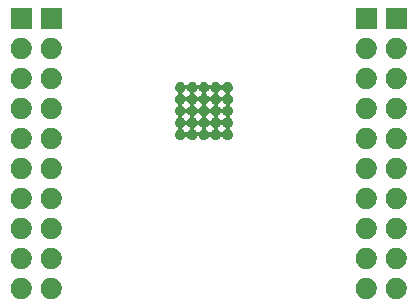
<source format=gbs>
G04 #@! TF.GenerationSoftware,KiCad,Pcbnew,5.1.5*
G04 #@! TF.CreationDate,2020-04-27T00:38:36+01:00*
G04 #@! TF.ProjectId,esp32-wrover-breakout,65737033-322d-4777-926f-7665722d6272,rev?*
G04 #@! TF.SameCoordinates,Original*
G04 #@! TF.FileFunction,Soldermask,Bot*
G04 #@! TF.FilePolarity,Negative*
%FSLAX46Y46*%
G04 Gerber Fmt 4.6, Leading zero omitted, Abs format (unit mm)*
G04 Created by KiCad (PCBNEW 5.1.5) date 2020-04-27 00:38:36*
%MOMM*%
%LPD*%
G04 APERTURE LIST*
%ADD10C,0.100000*%
G04 APERTURE END LIST*
D10*
G36*
X154418512Y-93083927D02*
G01*
X154567812Y-93113624D01*
X154731784Y-93181544D01*
X154879354Y-93280147D01*
X155004853Y-93405646D01*
X155103456Y-93553216D01*
X155171376Y-93717188D01*
X155206000Y-93891259D01*
X155206000Y-94068741D01*
X155171376Y-94242812D01*
X155103456Y-94406784D01*
X155004853Y-94554354D01*
X154879354Y-94679853D01*
X154731784Y-94778456D01*
X154567812Y-94846376D01*
X154418512Y-94876073D01*
X154393742Y-94881000D01*
X154216258Y-94881000D01*
X154191488Y-94876073D01*
X154042188Y-94846376D01*
X153878216Y-94778456D01*
X153730646Y-94679853D01*
X153605147Y-94554354D01*
X153506544Y-94406784D01*
X153438624Y-94242812D01*
X153404000Y-94068741D01*
X153404000Y-93891259D01*
X153438624Y-93717188D01*
X153506544Y-93553216D01*
X153605147Y-93405646D01*
X153730646Y-93280147D01*
X153878216Y-93181544D01*
X154042188Y-93113624D01*
X154191488Y-93083927D01*
X154216258Y-93079000D01*
X154393742Y-93079000D01*
X154418512Y-93083927D01*
G37*
G36*
X122668512Y-93083927D02*
G01*
X122817812Y-93113624D01*
X122981784Y-93181544D01*
X123129354Y-93280147D01*
X123254853Y-93405646D01*
X123353456Y-93553216D01*
X123421376Y-93717188D01*
X123456000Y-93891259D01*
X123456000Y-94068741D01*
X123421376Y-94242812D01*
X123353456Y-94406784D01*
X123254853Y-94554354D01*
X123129354Y-94679853D01*
X122981784Y-94778456D01*
X122817812Y-94846376D01*
X122668512Y-94876073D01*
X122643742Y-94881000D01*
X122466258Y-94881000D01*
X122441488Y-94876073D01*
X122292188Y-94846376D01*
X122128216Y-94778456D01*
X121980646Y-94679853D01*
X121855147Y-94554354D01*
X121756544Y-94406784D01*
X121688624Y-94242812D01*
X121654000Y-94068741D01*
X121654000Y-93891259D01*
X121688624Y-93717188D01*
X121756544Y-93553216D01*
X121855147Y-93405646D01*
X121980646Y-93280147D01*
X122128216Y-93181544D01*
X122292188Y-93113624D01*
X122441488Y-93083927D01*
X122466258Y-93079000D01*
X122643742Y-93079000D01*
X122668512Y-93083927D01*
G37*
G36*
X151878512Y-93083927D02*
G01*
X152027812Y-93113624D01*
X152191784Y-93181544D01*
X152339354Y-93280147D01*
X152464853Y-93405646D01*
X152563456Y-93553216D01*
X152631376Y-93717188D01*
X152666000Y-93891259D01*
X152666000Y-94068741D01*
X152631376Y-94242812D01*
X152563456Y-94406784D01*
X152464853Y-94554354D01*
X152339354Y-94679853D01*
X152191784Y-94778456D01*
X152027812Y-94846376D01*
X151878512Y-94876073D01*
X151853742Y-94881000D01*
X151676258Y-94881000D01*
X151651488Y-94876073D01*
X151502188Y-94846376D01*
X151338216Y-94778456D01*
X151190646Y-94679853D01*
X151065147Y-94554354D01*
X150966544Y-94406784D01*
X150898624Y-94242812D01*
X150864000Y-94068741D01*
X150864000Y-93891259D01*
X150898624Y-93717188D01*
X150966544Y-93553216D01*
X151065147Y-93405646D01*
X151190646Y-93280147D01*
X151338216Y-93181544D01*
X151502188Y-93113624D01*
X151651488Y-93083927D01*
X151676258Y-93079000D01*
X151853742Y-93079000D01*
X151878512Y-93083927D01*
G37*
G36*
X125208512Y-93083927D02*
G01*
X125357812Y-93113624D01*
X125521784Y-93181544D01*
X125669354Y-93280147D01*
X125794853Y-93405646D01*
X125893456Y-93553216D01*
X125961376Y-93717188D01*
X125996000Y-93891259D01*
X125996000Y-94068741D01*
X125961376Y-94242812D01*
X125893456Y-94406784D01*
X125794853Y-94554354D01*
X125669354Y-94679853D01*
X125521784Y-94778456D01*
X125357812Y-94846376D01*
X125208512Y-94876073D01*
X125183742Y-94881000D01*
X125006258Y-94881000D01*
X124981488Y-94876073D01*
X124832188Y-94846376D01*
X124668216Y-94778456D01*
X124520646Y-94679853D01*
X124395147Y-94554354D01*
X124296544Y-94406784D01*
X124228624Y-94242812D01*
X124194000Y-94068741D01*
X124194000Y-93891259D01*
X124228624Y-93717188D01*
X124296544Y-93553216D01*
X124395147Y-93405646D01*
X124520646Y-93280147D01*
X124668216Y-93181544D01*
X124832188Y-93113624D01*
X124981488Y-93083927D01*
X125006258Y-93079000D01*
X125183742Y-93079000D01*
X125208512Y-93083927D01*
G37*
G36*
X151878512Y-90543927D02*
G01*
X152027812Y-90573624D01*
X152191784Y-90641544D01*
X152339354Y-90740147D01*
X152464853Y-90865646D01*
X152563456Y-91013216D01*
X152631376Y-91177188D01*
X152666000Y-91351259D01*
X152666000Y-91528741D01*
X152631376Y-91702812D01*
X152563456Y-91866784D01*
X152464853Y-92014354D01*
X152339354Y-92139853D01*
X152191784Y-92238456D01*
X152027812Y-92306376D01*
X151878512Y-92336073D01*
X151853742Y-92341000D01*
X151676258Y-92341000D01*
X151651488Y-92336073D01*
X151502188Y-92306376D01*
X151338216Y-92238456D01*
X151190646Y-92139853D01*
X151065147Y-92014354D01*
X150966544Y-91866784D01*
X150898624Y-91702812D01*
X150864000Y-91528741D01*
X150864000Y-91351259D01*
X150898624Y-91177188D01*
X150966544Y-91013216D01*
X151065147Y-90865646D01*
X151190646Y-90740147D01*
X151338216Y-90641544D01*
X151502188Y-90573624D01*
X151651488Y-90543927D01*
X151676258Y-90539000D01*
X151853742Y-90539000D01*
X151878512Y-90543927D01*
G37*
G36*
X154418512Y-90543927D02*
G01*
X154567812Y-90573624D01*
X154731784Y-90641544D01*
X154879354Y-90740147D01*
X155004853Y-90865646D01*
X155103456Y-91013216D01*
X155171376Y-91177188D01*
X155206000Y-91351259D01*
X155206000Y-91528741D01*
X155171376Y-91702812D01*
X155103456Y-91866784D01*
X155004853Y-92014354D01*
X154879354Y-92139853D01*
X154731784Y-92238456D01*
X154567812Y-92306376D01*
X154418512Y-92336073D01*
X154393742Y-92341000D01*
X154216258Y-92341000D01*
X154191488Y-92336073D01*
X154042188Y-92306376D01*
X153878216Y-92238456D01*
X153730646Y-92139853D01*
X153605147Y-92014354D01*
X153506544Y-91866784D01*
X153438624Y-91702812D01*
X153404000Y-91528741D01*
X153404000Y-91351259D01*
X153438624Y-91177188D01*
X153506544Y-91013216D01*
X153605147Y-90865646D01*
X153730646Y-90740147D01*
X153878216Y-90641544D01*
X154042188Y-90573624D01*
X154191488Y-90543927D01*
X154216258Y-90539000D01*
X154393742Y-90539000D01*
X154418512Y-90543927D01*
G37*
G36*
X122668512Y-90543927D02*
G01*
X122817812Y-90573624D01*
X122981784Y-90641544D01*
X123129354Y-90740147D01*
X123254853Y-90865646D01*
X123353456Y-91013216D01*
X123421376Y-91177188D01*
X123456000Y-91351259D01*
X123456000Y-91528741D01*
X123421376Y-91702812D01*
X123353456Y-91866784D01*
X123254853Y-92014354D01*
X123129354Y-92139853D01*
X122981784Y-92238456D01*
X122817812Y-92306376D01*
X122668512Y-92336073D01*
X122643742Y-92341000D01*
X122466258Y-92341000D01*
X122441488Y-92336073D01*
X122292188Y-92306376D01*
X122128216Y-92238456D01*
X121980646Y-92139853D01*
X121855147Y-92014354D01*
X121756544Y-91866784D01*
X121688624Y-91702812D01*
X121654000Y-91528741D01*
X121654000Y-91351259D01*
X121688624Y-91177188D01*
X121756544Y-91013216D01*
X121855147Y-90865646D01*
X121980646Y-90740147D01*
X122128216Y-90641544D01*
X122292188Y-90573624D01*
X122441488Y-90543927D01*
X122466258Y-90539000D01*
X122643742Y-90539000D01*
X122668512Y-90543927D01*
G37*
G36*
X125208512Y-90543927D02*
G01*
X125357812Y-90573624D01*
X125521784Y-90641544D01*
X125669354Y-90740147D01*
X125794853Y-90865646D01*
X125893456Y-91013216D01*
X125961376Y-91177188D01*
X125996000Y-91351259D01*
X125996000Y-91528741D01*
X125961376Y-91702812D01*
X125893456Y-91866784D01*
X125794853Y-92014354D01*
X125669354Y-92139853D01*
X125521784Y-92238456D01*
X125357812Y-92306376D01*
X125208512Y-92336073D01*
X125183742Y-92341000D01*
X125006258Y-92341000D01*
X124981488Y-92336073D01*
X124832188Y-92306376D01*
X124668216Y-92238456D01*
X124520646Y-92139853D01*
X124395147Y-92014354D01*
X124296544Y-91866784D01*
X124228624Y-91702812D01*
X124194000Y-91528741D01*
X124194000Y-91351259D01*
X124228624Y-91177188D01*
X124296544Y-91013216D01*
X124395147Y-90865646D01*
X124520646Y-90740147D01*
X124668216Y-90641544D01*
X124832188Y-90573624D01*
X124981488Y-90543927D01*
X125006258Y-90539000D01*
X125183742Y-90539000D01*
X125208512Y-90543927D01*
G37*
G36*
X125208512Y-88003927D02*
G01*
X125357812Y-88033624D01*
X125521784Y-88101544D01*
X125669354Y-88200147D01*
X125794853Y-88325646D01*
X125893456Y-88473216D01*
X125961376Y-88637188D01*
X125996000Y-88811259D01*
X125996000Y-88988741D01*
X125961376Y-89162812D01*
X125893456Y-89326784D01*
X125794853Y-89474354D01*
X125669354Y-89599853D01*
X125521784Y-89698456D01*
X125357812Y-89766376D01*
X125208512Y-89796073D01*
X125183742Y-89801000D01*
X125006258Y-89801000D01*
X124981488Y-89796073D01*
X124832188Y-89766376D01*
X124668216Y-89698456D01*
X124520646Y-89599853D01*
X124395147Y-89474354D01*
X124296544Y-89326784D01*
X124228624Y-89162812D01*
X124194000Y-88988741D01*
X124194000Y-88811259D01*
X124228624Y-88637188D01*
X124296544Y-88473216D01*
X124395147Y-88325646D01*
X124520646Y-88200147D01*
X124668216Y-88101544D01*
X124832188Y-88033624D01*
X124981488Y-88003927D01*
X125006258Y-87999000D01*
X125183742Y-87999000D01*
X125208512Y-88003927D01*
G37*
G36*
X122668512Y-88003927D02*
G01*
X122817812Y-88033624D01*
X122981784Y-88101544D01*
X123129354Y-88200147D01*
X123254853Y-88325646D01*
X123353456Y-88473216D01*
X123421376Y-88637188D01*
X123456000Y-88811259D01*
X123456000Y-88988741D01*
X123421376Y-89162812D01*
X123353456Y-89326784D01*
X123254853Y-89474354D01*
X123129354Y-89599853D01*
X122981784Y-89698456D01*
X122817812Y-89766376D01*
X122668512Y-89796073D01*
X122643742Y-89801000D01*
X122466258Y-89801000D01*
X122441488Y-89796073D01*
X122292188Y-89766376D01*
X122128216Y-89698456D01*
X121980646Y-89599853D01*
X121855147Y-89474354D01*
X121756544Y-89326784D01*
X121688624Y-89162812D01*
X121654000Y-88988741D01*
X121654000Y-88811259D01*
X121688624Y-88637188D01*
X121756544Y-88473216D01*
X121855147Y-88325646D01*
X121980646Y-88200147D01*
X122128216Y-88101544D01*
X122292188Y-88033624D01*
X122441488Y-88003927D01*
X122466258Y-87999000D01*
X122643742Y-87999000D01*
X122668512Y-88003927D01*
G37*
G36*
X151878512Y-88003927D02*
G01*
X152027812Y-88033624D01*
X152191784Y-88101544D01*
X152339354Y-88200147D01*
X152464853Y-88325646D01*
X152563456Y-88473216D01*
X152631376Y-88637188D01*
X152666000Y-88811259D01*
X152666000Y-88988741D01*
X152631376Y-89162812D01*
X152563456Y-89326784D01*
X152464853Y-89474354D01*
X152339354Y-89599853D01*
X152191784Y-89698456D01*
X152027812Y-89766376D01*
X151878512Y-89796073D01*
X151853742Y-89801000D01*
X151676258Y-89801000D01*
X151651488Y-89796073D01*
X151502188Y-89766376D01*
X151338216Y-89698456D01*
X151190646Y-89599853D01*
X151065147Y-89474354D01*
X150966544Y-89326784D01*
X150898624Y-89162812D01*
X150864000Y-88988741D01*
X150864000Y-88811259D01*
X150898624Y-88637188D01*
X150966544Y-88473216D01*
X151065147Y-88325646D01*
X151190646Y-88200147D01*
X151338216Y-88101544D01*
X151502188Y-88033624D01*
X151651488Y-88003927D01*
X151676258Y-87999000D01*
X151853742Y-87999000D01*
X151878512Y-88003927D01*
G37*
G36*
X154418512Y-88003927D02*
G01*
X154567812Y-88033624D01*
X154731784Y-88101544D01*
X154879354Y-88200147D01*
X155004853Y-88325646D01*
X155103456Y-88473216D01*
X155171376Y-88637188D01*
X155206000Y-88811259D01*
X155206000Y-88988741D01*
X155171376Y-89162812D01*
X155103456Y-89326784D01*
X155004853Y-89474354D01*
X154879354Y-89599853D01*
X154731784Y-89698456D01*
X154567812Y-89766376D01*
X154418512Y-89796073D01*
X154393742Y-89801000D01*
X154216258Y-89801000D01*
X154191488Y-89796073D01*
X154042188Y-89766376D01*
X153878216Y-89698456D01*
X153730646Y-89599853D01*
X153605147Y-89474354D01*
X153506544Y-89326784D01*
X153438624Y-89162812D01*
X153404000Y-88988741D01*
X153404000Y-88811259D01*
X153438624Y-88637188D01*
X153506544Y-88473216D01*
X153605147Y-88325646D01*
X153730646Y-88200147D01*
X153878216Y-88101544D01*
X154042188Y-88033624D01*
X154191488Y-88003927D01*
X154216258Y-87999000D01*
X154393742Y-87999000D01*
X154418512Y-88003927D01*
G37*
G36*
X151878512Y-85463927D02*
G01*
X152027812Y-85493624D01*
X152191784Y-85561544D01*
X152339354Y-85660147D01*
X152464853Y-85785646D01*
X152563456Y-85933216D01*
X152631376Y-86097188D01*
X152666000Y-86271259D01*
X152666000Y-86448741D01*
X152631376Y-86622812D01*
X152563456Y-86786784D01*
X152464853Y-86934354D01*
X152339354Y-87059853D01*
X152191784Y-87158456D01*
X152027812Y-87226376D01*
X151878512Y-87256073D01*
X151853742Y-87261000D01*
X151676258Y-87261000D01*
X151651488Y-87256073D01*
X151502188Y-87226376D01*
X151338216Y-87158456D01*
X151190646Y-87059853D01*
X151065147Y-86934354D01*
X150966544Y-86786784D01*
X150898624Y-86622812D01*
X150864000Y-86448741D01*
X150864000Y-86271259D01*
X150898624Y-86097188D01*
X150966544Y-85933216D01*
X151065147Y-85785646D01*
X151190646Y-85660147D01*
X151338216Y-85561544D01*
X151502188Y-85493624D01*
X151651488Y-85463927D01*
X151676258Y-85459000D01*
X151853742Y-85459000D01*
X151878512Y-85463927D01*
G37*
G36*
X154418512Y-85463927D02*
G01*
X154567812Y-85493624D01*
X154731784Y-85561544D01*
X154879354Y-85660147D01*
X155004853Y-85785646D01*
X155103456Y-85933216D01*
X155171376Y-86097188D01*
X155206000Y-86271259D01*
X155206000Y-86448741D01*
X155171376Y-86622812D01*
X155103456Y-86786784D01*
X155004853Y-86934354D01*
X154879354Y-87059853D01*
X154731784Y-87158456D01*
X154567812Y-87226376D01*
X154418512Y-87256073D01*
X154393742Y-87261000D01*
X154216258Y-87261000D01*
X154191488Y-87256073D01*
X154042188Y-87226376D01*
X153878216Y-87158456D01*
X153730646Y-87059853D01*
X153605147Y-86934354D01*
X153506544Y-86786784D01*
X153438624Y-86622812D01*
X153404000Y-86448741D01*
X153404000Y-86271259D01*
X153438624Y-86097188D01*
X153506544Y-85933216D01*
X153605147Y-85785646D01*
X153730646Y-85660147D01*
X153878216Y-85561544D01*
X154042188Y-85493624D01*
X154191488Y-85463927D01*
X154216258Y-85459000D01*
X154393742Y-85459000D01*
X154418512Y-85463927D01*
G37*
G36*
X122668512Y-85463927D02*
G01*
X122817812Y-85493624D01*
X122981784Y-85561544D01*
X123129354Y-85660147D01*
X123254853Y-85785646D01*
X123353456Y-85933216D01*
X123421376Y-86097188D01*
X123456000Y-86271259D01*
X123456000Y-86448741D01*
X123421376Y-86622812D01*
X123353456Y-86786784D01*
X123254853Y-86934354D01*
X123129354Y-87059853D01*
X122981784Y-87158456D01*
X122817812Y-87226376D01*
X122668512Y-87256073D01*
X122643742Y-87261000D01*
X122466258Y-87261000D01*
X122441488Y-87256073D01*
X122292188Y-87226376D01*
X122128216Y-87158456D01*
X121980646Y-87059853D01*
X121855147Y-86934354D01*
X121756544Y-86786784D01*
X121688624Y-86622812D01*
X121654000Y-86448741D01*
X121654000Y-86271259D01*
X121688624Y-86097188D01*
X121756544Y-85933216D01*
X121855147Y-85785646D01*
X121980646Y-85660147D01*
X122128216Y-85561544D01*
X122292188Y-85493624D01*
X122441488Y-85463927D01*
X122466258Y-85459000D01*
X122643742Y-85459000D01*
X122668512Y-85463927D01*
G37*
G36*
X125208512Y-85463927D02*
G01*
X125357812Y-85493624D01*
X125521784Y-85561544D01*
X125669354Y-85660147D01*
X125794853Y-85785646D01*
X125893456Y-85933216D01*
X125961376Y-86097188D01*
X125996000Y-86271259D01*
X125996000Y-86448741D01*
X125961376Y-86622812D01*
X125893456Y-86786784D01*
X125794853Y-86934354D01*
X125669354Y-87059853D01*
X125521784Y-87158456D01*
X125357812Y-87226376D01*
X125208512Y-87256073D01*
X125183742Y-87261000D01*
X125006258Y-87261000D01*
X124981488Y-87256073D01*
X124832188Y-87226376D01*
X124668216Y-87158456D01*
X124520646Y-87059853D01*
X124395147Y-86934354D01*
X124296544Y-86786784D01*
X124228624Y-86622812D01*
X124194000Y-86448741D01*
X124194000Y-86271259D01*
X124228624Y-86097188D01*
X124296544Y-85933216D01*
X124395147Y-85785646D01*
X124520646Y-85660147D01*
X124668216Y-85561544D01*
X124832188Y-85493624D01*
X124981488Y-85463927D01*
X125006258Y-85459000D01*
X125183742Y-85459000D01*
X125208512Y-85463927D01*
G37*
G36*
X125208512Y-82923927D02*
G01*
X125357812Y-82953624D01*
X125521784Y-83021544D01*
X125669354Y-83120147D01*
X125794853Y-83245646D01*
X125893456Y-83393216D01*
X125961376Y-83557188D01*
X125996000Y-83731259D01*
X125996000Y-83908741D01*
X125961376Y-84082812D01*
X125893456Y-84246784D01*
X125794853Y-84394354D01*
X125669354Y-84519853D01*
X125521784Y-84618456D01*
X125357812Y-84686376D01*
X125208512Y-84716073D01*
X125183742Y-84721000D01*
X125006258Y-84721000D01*
X124981488Y-84716073D01*
X124832188Y-84686376D01*
X124668216Y-84618456D01*
X124520646Y-84519853D01*
X124395147Y-84394354D01*
X124296544Y-84246784D01*
X124228624Y-84082812D01*
X124194000Y-83908741D01*
X124194000Y-83731259D01*
X124228624Y-83557188D01*
X124296544Y-83393216D01*
X124395147Y-83245646D01*
X124520646Y-83120147D01*
X124668216Y-83021544D01*
X124832188Y-82953624D01*
X124981488Y-82923927D01*
X125006258Y-82919000D01*
X125183742Y-82919000D01*
X125208512Y-82923927D01*
G37*
G36*
X151878512Y-82923927D02*
G01*
X152027812Y-82953624D01*
X152191784Y-83021544D01*
X152339354Y-83120147D01*
X152464853Y-83245646D01*
X152563456Y-83393216D01*
X152631376Y-83557188D01*
X152666000Y-83731259D01*
X152666000Y-83908741D01*
X152631376Y-84082812D01*
X152563456Y-84246784D01*
X152464853Y-84394354D01*
X152339354Y-84519853D01*
X152191784Y-84618456D01*
X152027812Y-84686376D01*
X151878512Y-84716073D01*
X151853742Y-84721000D01*
X151676258Y-84721000D01*
X151651488Y-84716073D01*
X151502188Y-84686376D01*
X151338216Y-84618456D01*
X151190646Y-84519853D01*
X151065147Y-84394354D01*
X150966544Y-84246784D01*
X150898624Y-84082812D01*
X150864000Y-83908741D01*
X150864000Y-83731259D01*
X150898624Y-83557188D01*
X150966544Y-83393216D01*
X151065147Y-83245646D01*
X151190646Y-83120147D01*
X151338216Y-83021544D01*
X151502188Y-82953624D01*
X151651488Y-82923927D01*
X151676258Y-82919000D01*
X151853742Y-82919000D01*
X151878512Y-82923927D01*
G37*
G36*
X154418512Y-82923927D02*
G01*
X154567812Y-82953624D01*
X154731784Y-83021544D01*
X154879354Y-83120147D01*
X155004853Y-83245646D01*
X155103456Y-83393216D01*
X155171376Y-83557188D01*
X155206000Y-83731259D01*
X155206000Y-83908741D01*
X155171376Y-84082812D01*
X155103456Y-84246784D01*
X155004853Y-84394354D01*
X154879354Y-84519853D01*
X154731784Y-84618456D01*
X154567812Y-84686376D01*
X154418512Y-84716073D01*
X154393742Y-84721000D01*
X154216258Y-84721000D01*
X154191488Y-84716073D01*
X154042188Y-84686376D01*
X153878216Y-84618456D01*
X153730646Y-84519853D01*
X153605147Y-84394354D01*
X153506544Y-84246784D01*
X153438624Y-84082812D01*
X153404000Y-83908741D01*
X153404000Y-83731259D01*
X153438624Y-83557188D01*
X153506544Y-83393216D01*
X153605147Y-83245646D01*
X153730646Y-83120147D01*
X153878216Y-83021544D01*
X154042188Y-82953624D01*
X154191488Y-82923927D01*
X154216258Y-82919000D01*
X154393742Y-82919000D01*
X154418512Y-82923927D01*
G37*
G36*
X122668512Y-82923927D02*
G01*
X122817812Y-82953624D01*
X122981784Y-83021544D01*
X123129354Y-83120147D01*
X123254853Y-83245646D01*
X123353456Y-83393216D01*
X123421376Y-83557188D01*
X123456000Y-83731259D01*
X123456000Y-83908741D01*
X123421376Y-84082812D01*
X123353456Y-84246784D01*
X123254853Y-84394354D01*
X123129354Y-84519853D01*
X122981784Y-84618456D01*
X122817812Y-84686376D01*
X122668512Y-84716073D01*
X122643742Y-84721000D01*
X122466258Y-84721000D01*
X122441488Y-84716073D01*
X122292188Y-84686376D01*
X122128216Y-84618456D01*
X121980646Y-84519853D01*
X121855147Y-84394354D01*
X121756544Y-84246784D01*
X121688624Y-84082812D01*
X121654000Y-83908741D01*
X121654000Y-83731259D01*
X121688624Y-83557188D01*
X121756544Y-83393216D01*
X121855147Y-83245646D01*
X121980646Y-83120147D01*
X122128216Y-83021544D01*
X122292188Y-82953624D01*
X122441488Y-82923927D01*
X122466258Y-82919000D01*
X122643742Y-82919000D01*
X122668512Y-82923927D01*
G37*
G36*
X122668512Y-80383927D02*
G01*
X122817812Y-80413624D01*
X122981784Y-80481544D01*
X123129354Y-80580147D01*
X123254853Y-80705646D01*
X123353456Y-80853216D01*
X123421376Y-81017188D01*
X123456000Y-81191259D01*
X123456000Y-81368741D01*
X123421376Y-81542812D01*
X123353456Y-81706784D01*
X123254853Y-81854354D01*
X123129354Y-81979853D01*
X122981784Y-82078456D01*
X122817812Y-82146376D01*
X122668512Y-82176073D01*
X122643742Y-82181000D01*
X122466258Y-82181000D01*
X122441488Y-82176073D01*
X122292188Y-82146376D01*
X122128216Y-82078456D01*
X121980646Y-81979853D01*
X121855147Y-81854354D01*
X121756544Y-81706784D01*
X121688624Y-81542812D01*
X121654000Y-81368741D01*
X121654000Y-81191259D01*
X121688624Y-81017188D01*
X121756544Y-80853216D01*
X121855147Y-80705646D01*
X121980646Y-80580147D01*
X122128216Y-80481544D01*
X122292188Y-80413624D01*
X122441488Y-80383927D01*
X122466258Y-80379000D01*
X122643742Y-80379000D01*
X122668512Y-80383927D01*
G37*
G36*
X125208512Y-80383927D02*
G01*
X125357812Y-80413624D01*
X125521784Y-80481544D01*
X125669354Y-80580147D01*
X125794853Y-80705646D01*
X125893456Y-80853216D01*
X125961376Y-81017188D01*
X125996000Y-81191259D01*
X125996000Y-81368741D01*
X125961376Y-81542812D01*
X125893456Y-81706784D01*
X125794853Y-81854354D01*
X125669354Y-81979853D01*
X125521784Y-82078456D01*
X125357812Y-82146376D01*
X125208512Y-82176073D01*
X125183742Y-82181000D01*
X125006258Y-82181000D01*
X124981488Y-82176073D01*
X124832188Y-82146376D01*
X124668216Y-82078456D01*
X124520646Y-81979853D01*
X124395147Y-81854354D01*
X124296544Y-81706784D01*
X124228624Y-81542812D01*
X124194000Y-81368741D01*
X124194000Y-81191259D01*
X124228624Y-81017188D01*
X124296544Y-80853216D01*
X124395147Y-80705646D01*
X124520646Y-80580147D01*
X124668216Y-80481544D01*
X124832188Y-80413624D01*
X124981488Y-80383927D01*
X125006258Y-80379000D01*
X125183742Y-80379000D01*
X125208512Y-80383927D01*
G37*
G36*
X151878512Y-80383927D02*
G01*
X152027812Y-80413624D01*
X152191784Y-80481544D01*
X152339354Y-80580147D01*
X152464853Y-80705646D01*
X152563456Y-80853216D01*
X152631376Y-81017188D01*
X152666000Y-81191259D01*
X152666000Y-81368741D01*
X152631376Y-81542812D01*
X152563456Y-81706784D01*
X152464853Y-81854354D01*
X152339354Y-81979853D01*
X152191784Y-82078456D01*
X152027812Y-82146376D01*
X151878512Y-82176073D01*
X151853742Y-82181000D01*
X151676258Y-82181000D01*
X151651488Y-82176073D01*
X151502188Y-82146376D01*
X151338216Y-82078456D01*
X151190646Y-81979853D01*
X151065147Y-81854354D01*
X150966544Y-81706784D01*
X150898624Y-81542812D01*
X150864000Y-81368741D01*
X150864000Y-81191259D01*
X150898624Y-81017188D01*
X150966544Y-80853216D01*
X151065147Y-80705646D01*
X151190646Y-80580147D01*
X151338216Y-80481544D01*
X151502188Y-80413624D01*
X151651488Y-80383927D01*
X151676258Y-80379000D01*
X151853742Y-80379000D01*
X151878512Y-80383927D01*
G37*
G36*
X154418512Y-80383927D02*
G01*
X154567812Y-80413624D01*
X154731784Y-80481544D01*
X154879354Y-80580147D01*
X155004853Y-80705646D01*
X155103456Y-80853216D01*
X155171376Y-81017188D01*
X155206000Y-81191259D01*
X155206000Y-81368741D01*
X155171376Y-81542812D01*
X155103456Y-81706784D01*
X155004853Y-81854354D01*
X154879354Y-81979853D01*
X154731784Y-82078456D01*
X154567812Y-82146376D01*
X154418512Y-82176073D01*
X154393742Y-82181000D01*
X154216258Y-82181000D01*
X154191488Y-82176073D01*
X154042188Y-82146376D01*
X153878216Y-82078456D01*
X153730646Y-81979853D01*
X153605147Y-81854354D01*
X153506544Y-81706784D01*
X153438624Y-81542812D01*
X153404000Y-81368741D01*
X153404000Y-81191259D01*
X153438624Y-81017188D01*
X153506544Y-80853216D01*
X153605147Y-80705646D01*
X153730646Y-80580147D01*
X153878216Y-80481544D01*
X154042188Y-80413624D01*
X154191488Y-80383927D01*
X154216258Y-80379000D01*
X154393742Y-80379000D01*
X154418512Y-80383927D01*
G37*
G36*
X136161552Y-76506331D02*
G01*
X136243627Y-76540328D01*
X136243629Y-76540329D01*
X136280813Y-76565175D01*
X136317495Y-76589685D01*
X136380316Y-76652506D01*
X136426067Y-76720977D01*
X136441613Y-76739919D01*
X136460555Y-76755464D01*
X136482165Y-76767015D01*
X136505614Y-76774128D01*
X136530000Y-76776530D01*
X136554386Y-76774128D01*
X136577835Y-76767015D01*
X136599446Y-76755464D01*
X136618388Y-76739918D01*
X136633933Y-76720977D01*
X136679684Y-76652506D01*
X136742505Y-76589685D01*
X136779187Y-76565175D01*
X136816371Y-76540329D01*
X136816373Y-76540328D01*
X136898448Y-76506331D01*
X136985579Y-76489000D01*
X137074421Y-76489000D01*
X137161552Y-76506331D01*
X137243627Y-76540328D01*
X137243629Y-76540329D01*
X137280813Y-76565175D01*
X137317495Y-76589685D01*
X137380316Y-76652506D01*
X137426067Y-76720977D01*
X137441613Y-76739919D01*
X137460555Y-76755464D01*
X137482165Y-76767015D01*
X137505614Y-76774128D01*
X137530000Y-76776530D01*
X137554386Y-76774128D01*
X137577835Y-76767015D01*
X137599446Y-76755464D01*
X137618388Y-76739918D01*
X137633933Y-76720977D01*
X137679684Y-76652506D01*
X137742505Y-76589685D01*
X137779187Y-76565175D01*
X137816371Y-76540329D01*
X137816373Y-76540328D01*
X137898448Y-76506331D01*
X137985579Y-76489000D01*
X138074421Y-76489000D01*
X138161552Y-76506331D01*
X138243627Y-76540328D01*
X138243629Y-76540329D01*
X138280813Y-76565175D01*
X138317495Y-76589685D01*
X138380316Y-76652506D01*
X138426067Y-76720977D01*
X138441613Y-76739919D01*
X138460555Y-76755464D01*
X138482165Y-76767015D01*
X138505614Y-76774128D01*
X138530000Y-76776530D01*
X138554386Y-76774128D01*
X138577835Y-76767015D01*
X138599446Y-76755464D01*
X138618388Y-76739918D01*
X138633933Y-76720977D01*
X138679684Y-76652506D01*
X138742505Y-76589685D01*
X138779187Y-76565175D01*
X138816371Y-76540329D01*
X138816373Y-76540328D01*
X138898448Y-76506331D01*
X138985579Y-76489000D01*
X139074421Y-76489000D01*
X139161552Y-76506331D01*
X139243627Y-76540328D01*
X139243629Y-76540329D01*
X139280813Y-76565175D01*
X139317495Y-76589685D01*
X139380316Y-76652506D01*
X139426067Y-76720977D01*
X139441613Y-76739919D01*
X139460555Y-76755464D01*
X139482165Y-76767015D01*
X139505614Y-76774128D01*
X139530000Y-76776530D01*
X139554386Y-76774128D01*
X139577835Y-76767015D01*
X139599446Y-76755464D01*
X139618388Y-76739918D01*
X139633933Y-76720977D01*
X139679684Y-76652506D01*
X139742505Y-76589685D01*
X139779187Y-76565175D01*
X139816371Y-76540329D01*
X139816373Y-76540328D01*
X139898448Y-76506331D01*
X139985579Y-76489000D01*
X140074421Y-76489000D01*
X140161552Y-76506331D01*
X140243627Y-76540328D01*
X140243629Y-76540329D01*
X140280813Y-76565175D01*
X140317495Y-76589685D01*
X140380315Y-76652505D01*
X140429672Y-76726373D01*
X140463669Y-76808448D01*
X140481000Y-76895579D01*
X140481000Y-76984421D01*
X140463669Y-77071552D01*
X140429672Y-77153627D01*
X140380315Y-77227495D01*
X140317494Y-77290316D01*
X140249023Y-77336067D01*
X140230081Y-77351613D01*
X140214536Y-77370555D01*
X140202985Y-77392165D01*
X140195872Y-77415614D01*
X140193470Y-77440000D01*
X140195872Y-77464386D01*
X140202985Y-77487835D01*
X140214536Y-77509446D01*
X140230082Y-77528388D01*
X140249023Y-77543933D01*
X140317494Y-77589684D01*
X140380315Y-77652505D01*
X140429672Y-77726373D01*
X140463669Y-77808448D01*
X140481000Y-77895579D01*
X140481000Y-77984421D01*
X140463669Y-78071552D01*
X140429672Y-78153627D01*
X140429671Y-78153629D01*
X140404825Y-78190813D01*
X140380315Y-78227495D01*
X140317494Y-78290316D01*
X140249023Y-78336067D01*
X140230081Y-78351613D01*
X140214536Y-78370555D01*
X140202985Y-78392165D01*
X140195872Y-78415614D01*
X140193470Y-78440000D01*
X140195872Y-78464386D01*
X140202985Y-78487835D01*
X140214536Y-78509446D01*
X140230082Y-78528388D01*
X140249023Y-78543933D01*
X140317494Y-78589684D01*
X140380315Y-78652505D01*
X140429672Y-78726373D01*
X140463669Y-78808448D01*
X140481000Y-78895579D01*
X140481000Y-78984421D01*
X140463669Y-79071552D01*
X140429672Y-79153627D01*
X140380315Y-79227495D01*
X140317494Y-79290316D01*
X140249023Y-79336067D01*
X140230081Y-79351613D01*
X140214536Y-79370555D01*
X140202985Y-79392165D01*
X140195872Y-79415614D01*
X140193470Y-79440000D01*
X140195872Y-79464386D01*
X140202985Y-79487835D01*
X140214536Y-79509446D01*
X140230082Y-79528388D01*
X140249023Y-79543933D01*
X140317494Y-79589684D01*
X140380315Y-79652505D01*
X140429672Y-79726373D01*
X140463669Y-79808448D01*
X140481000Y-79895579D01*
X140481000Y-79984421D01*
X140463669Y-80071552D01*
X140429672Y-80153627D01*
X140380315Y-80227495D01*
X140317494Y-80290316D01*
X140249023Y-80336067D01*
X140230081Y-80351613D01*
X140214536Y-80370555D01*
X140202985Y-80392165D01*
X140195872Y-80415614D01*
X140193470Y-80440000D01*
X140195872Y-80464386D01*
X140202985Y-80487835D01*
X140214536Y-80509446D01*
X140230082Y-80528388D01*
X140249023Y-80543933D01*
X140317494Y-80589684D01*
X140380315Y-80652505D01*
X140429672Y-80726373D01*
X140463669Y-80808448D01*
X140481000Y-80895579D01*
X140481000Y-80984421D01*
X140463669Y-81071552D01*
X140429672Y-81153627D01*
X140380316Y-81227494D01*
X140317496Y-81290314D01*
X140243629Y-81339671D01*
X140243628Y-81339672D01*
X140243627Y-81339672D01*
X140161552Y-81373669D01*
X140074421Y-81391000D01*
X139985579Y-81391000D01*
X139898448Y-81373669D01*
X139816373Y-81339672D01*
X139816372Y-81339672D01*
X139816371Y-81339671D01*
X139742504Y-81290314D01*
X139679684Y-81227494D01*
X139633933Y-81159023D01*
X139618387Y-81140081D01*
X139599445Y-81124536D01*
X139577835Y-81112985D01*
X139554386Y-81105872D01*
X139530000Y-81103470D01*
X139505614Y-81105872D01*
X139482165Y-81112985D01*
X139460554Y-81124536D01*
X139441612Y-81140082D01*
X139426067Y-81159023D01*
X139380316Y-81227494D01*
X139317496Y-81290314D01*
X139243629Y-81339671D01*
X139243628Y-81339672D01*
X139243627Y-81339672D01*
X139161552Y-81373669D01*
X139074421Y-81391000D01*
X138985579Y-81391000D01*
X138898448Y-81373669D01*
X138816373Y-81339672D01*
X138816372Y-81339672D01*
X138816371Y-81339671D01*
X138742504Y-81290314D01*
X138679684Y-81227494D01*
X138633933Y-81159023D01*
X138618387Y-81140081D01*
X138599445Y-81124536D01*
X138577835Y-81112985D01*
X138554386Y-81105872D01*
X138530000Y-81103470D01*
X138505614Y-81105872D01*
X138482165Y-81112985D01*
X138460554Y-81124536D01*
X138441612Y-81140082D01*
X138426067Y-81159023D01*
X138380316Y-81227494D01*
X138317496Y-81290314D01*
X138243629Y-81339671D01*
X138243628Y-81339672D01*
X138243627Y-81339672D01*
X138161552Y-81373669D01*
X138074421Y-81391000D01*
X137985579Y-81391000D01*
X137898448Y-81373669D01*
X137816373Y-81339672D01*
X137816372Y-81339672D01*
X137816371Y-81339671D01*
X137742504Y-81290314D01*
X137679684Y-81227494D01*
X137633933Y-81159023D01*
X137618387Y-81140081D01*
X137599445Y-81124536D01*
X137577835Y-81112985D01*
X137554386Y-81105872D01*
X137530000Y-81103470D01*
X137505614Y-81105872D01*
X137482165Y-81112985D01*
X137460554Y-81124536D01*
X137441612Y-81140082D01*
X137426067Y-81159023D01*
X137380316Y-81227494D01*
X137317496Y-81290314D01*
X137243629Y-81339671D01*
X137243628Y-81339672D01*
X137243627Y-81339672D01*
X137161552Y-81373669D01*
X137074421Y-81391000D01*
X136985579Y-81391000D01*
X136898448Y-81373669D01*
X136816373Y-81339672D01*
X136816372Y-81339672D01*
X136816371Y-81339671D01*
X136742504Y-81290314D01*
X136679684Y-81227494D01*
X136633933Y-81159023D01*
X136618387Y-81140081D01*
X136599445Y-81124536D01*
X136577835Y-81112985D01*
X136554386Y-81105872D01*
X136530000Y-81103470D01*
X136505614Y-81105872D01*
X136482165Y-81112985D01*
X136460554Y-81124536D01*
X136441612Y-81140082D01*
X136426067Y-81159023D01*
X136380316Y-81227494D01*
X136317496Y-81290314D01*
X136243629Y-81339671D01*
X136243628Y-81339672D01*
X136243627Y-81339672D01*
X136161552Y-81373669D01*
X136074421Y-81391000D01*
X135985579Y-81391000D01*
X135898448Y-81373669D01*
X135816373Y-81339672D01*
X135816372Y-81339672D01*
X135816371Y-81339671D01*
X135742504Y-81290314D01*
X135679686Y-81227496D01*
X135679685Y-81227494D01*
X135630328Y-81153627D01*
X135596331Y-81071552D01*
X135579000Y-80984421D01*
X135579000Y-80895579D01*
X135596331Y-80808448D01*
X135630328Y-80726373D01*
X135679685Y-80652505D01*
X135742506Y-80589684D01*
X135810977Y-80543933D01*
X135829919Y-80528387D01*
X135845464Y-80509445D01*
X135857015Y-80487835D01*
X135864128Y-80464386D01*
X135866530Y-80440000D01*
X136193470Y-80440000D01*
X136195872Y-80464386D01*
X136202985Y-80487835D01*
X136214536Y-80509446D01*
X136230082Y-80528388D01*
X136249023Y-80543933D01*
X136317494Y-80589684D01*
X136380316Y-80652506D01*
X136426067Y-80720977D01*
X136441613Y-80739919D01*
X136460555Y-80755464D01*
X136482165Y-80767015D01*
X136505614Y-80774128D01*
X136530000Y-80776530D01*
X136554386Y-80774128D01*
X136577835Y-80767015D01*
X136599446Y-80755464D01*
X136618388Y-80739918D01*
X136633933Y-80720977D01*
X136679684Y-80652506D01*
X136742506Y-80589684D01*
X136810977Y-80543933D01*
X136829919Y-80528387D01*
X136845464Y-80509445D01*
X136857015Y-80487835D01*
X136864128Y-80464386D01*
X136866530Y-80440000D01*
X137193470Y-80440000D01*
X137195872Y-80464386D01*
X137202985Y-80487835D01*
X137214536Y-80509446D01*
X137230082Y-80528388D01*
X137249023Y-80543933D01*
X137317494Y-80589684D01*
X137380316Y-80652506D01*
X137426067Y-80720977D01*
X137441613Y-80739919D01*
X137460555Y-80755464D01*
X137482165Y-80767015D01*
X137505614Y-80774128D01*
X137530000Y-80776530D01*
X137554386Y-80774128D01*
X137577835Y-80767015D01*
X137599446Y-80755464D01*
X137618388Y-80739918D01*
X137633933Y-80720977D01*
X137679684Y-80652506D01*
X137742506Y-80589684D01*
X137810977Y-80543933D01*
X137829919Y-80528387D01*
X137845464Y-80509445D01*
X137857015Y-80487835D01*
X137864128Y-80464386D01*
X137866530Y-80440000D01*
X138193470Y-80440000D01*
X138195872Y-80464386D01*
X138202985Y-80487835D01*
X138214536Y-80509446D01*
X138230082Y-80528388D01*
X138249023Y-80543933D01*
X138317494Y-80589684D01*
X138380316Y-80652506D01*
X138426067Y-80720977D01*
X138441613Y-80739919D01*
X138460555Y-80755464D01*
X138482165Y-80767015D01*
X138505614Y-80774128D01*
X138530000Y-80776530D01*
X138554386Y-80774128D01*
X138577835Y-80767015D01*
X138599446Y-80755464D01*
X138618388Y-80739918D01*
X138633933Y-80720977D01*
X138679684Y-80652506D01*
X138742506Y-80589684D01*
X138810977Y-80543933D01*
X138829919Y-80528387D01*
X138845464Y-80509445D01*
X138857015Y-80487835D01*
X138864128Y-80464386D01*
X138866530Y-80440000D01*
X139193470Y-80440000D01*
X139195872Y-80464386D01*
X139202985Y-80487835D01*
X139214536Y-80509446D01*
X139230082Y-80528388D01*
X139249023Y-80543933D01*
X139317494Y-80589684D01*
X139380316Y-80652506D01*
X139426067Y-80720977D01*
X139441613Y-80739919D01*
X139460555Y-80755464D01*
X139482165Y-80767015D01*
X139505614Y-80774128D01*
X139530000Y-80776530D01*
X139554386Y-80774128D01*
X139577835Y-80767015D01*
X139599446Y-80755464D01*
X139618388Y-80739918D01*
X139633933Y-80720977D01*
X139679684Y-80652506D01*
X139742506Y-80589684D01*
X139810977Y-80543933D01*
X139829919Y-80528387D01*
X139845464Y-80509445D01*
X139857015Y-80487835D01*
X139864128Y-80464386D01*
X139866530Y-80440000D01*
X139864128Y-80415614D01*
X139857015Y-80392165D01*
X139845464Y-80370554D01*
X139829918Y-80351612D01*
X139810977Y-80336067D01*
X139742506Y-80290316D01*
X139679684Y-80227494D01*
X139633933Y-80159023D01*
X139618387Y-80140081D01*
X139599445Y-80124536D01*
X139577835Y-80112985D01*
X139554386Y-80105872D01*
X139530000Y-80103470D01*
X139505614Y-80105872D01*
X139482165Y-80112985D01*
X139460554Y-80124536D01*
X139441612Y-80140082D01*
X139426067Y-80159023D01*
X139380316Y-80227494D01*
X139317494Y-80290316D01*
X139249023Y-80336067D01*
X139230081Y-80351613D01*
X139214536Y-80370555D01*
X139202985Y-80392165D01*
X139195872Y-80415614D01*
X139193470Y-80440000D01*
X138866530Y-80440000D01*
X138864128Y-80415614D01*
X138857015Y-80392165D01*
X138845464Y-80370554D01*
X138829918Y-80351612D01*
X138810977Y-80336067D01*
X138742506Y-80290316D01*
X138679684Y-80227494D01*
X138633933Y-80159023D01*
X138618387Y-80140081D01*
X138599445Y-80124536D01*
X138577835Y-80112985D01*
X138554386Y-80105872D01*
X138530000Y-80103470D01*
X138505614Y-80105872D01*
X138482165Y-80112985D01*
X138460554Y-80124536D01*
X138441612Y-80140082D01*
X138426067Y-80159023D01*
X138380316Y-80227494D01*
X138317494Y-80290316D01*
X138249023Y-80336067D01*
X138230081Y-80351613D01*
X138214536Y-80370555D01*
X138202985Y-80392165D01*
X138195872Y-80415614D01*
X138193470Y-80440000D01*
X137866530Y-80440000D01*
X137864128Y-80415614D01*
X137857015Y-80392165D01*
X137845464Y-80370554D01*
X137829918Y-80351612D01*
X137810977Y-80336067D01*
X137742506Y-80290316D01*
X137679684Y-80227494D01*
X137633933Y-80159023D01*
X137618387Y-80140081D01*
X137599445Y-80124536D01*
X137577835Y-80112985D01*
X137554386Y-80105872D01*
X137530000Y-80103470D01*
X137505614Y-80105872D01*
X137482165Y-80112985D01*
X137460554Y-80124536D01*
X137441612Y-80140082D01*
X137426067Y-80159023D01*
X137380316Y-80227494D01*
X137317494Y-80290316D01*
X137249023Y-80336067D01*
X137230081Y-80351613D01*
X137214536Y-80370555D01*
X137202985Y-80392165D01*
X137195872Y-80415614D01*
X137193470Y-80440000D01*
X136866530Y-80440000D01*
X136864128Y-80415614D01*
X136857015Y-80392165D01*
X136845464Y-80370554D01*
X136829918Y-80351612D01*
X136810977Y-80336067D01*
X136742506Y-80290316D01*
X136679684Y-80227494D01*
X136633933Y-80159023D01*
X136618387Y-80140081D01*
X136599445Y-80124536D01*
X136577835Y-80112985D01*
X136554386Y-80105872D01*
X136530000Y-80103470D01*
X136505614Y-80105872D01*
X136482165Y-80112985D01*
X136460554Y-80124536D01*
X136441612Y-80140082D01*
X136426067Y-80159023D01*
X136380316Y-80227494D01*
X136317494Y-80290316D01*
X136249023Y-80336067D01*
X136230081Y-80351613D01*
X136214536Y-80370555D01*
X136202985Y-80392165D01*
X136195872Y-80415614D01*
X136193470Y-80440000D01*
X135866530Y-80440000D01*
X135864128Y-80415614D01*
X135857015Y-80392165D01*
X135845464Y-80370554D01*
X135829918Y-80351612D01*
X135810977Y-80336067D01*
X135742506Y-80290316D01*
X135679685Y-80227495D01*
X135630328Y-80153627D01*
X135596331Y-80071552D01*
X135579000Y-79984421D01*
X135579000Y-79895579D01*
X135596331Y-79808448D01*
X135630328Y-79726373D01*
X135679685Y-79652505D01*
X135742506Y-79589684D01*
X135810977Y-79543933D01*
X135829919Y-79528387D01*
X135845464Y-79509445D01*
X135857015Y-79487835D01*
X135864128Y-79464386D01*
X135866530Y-79440000D01*
X136193470Y-79440000D01*
X136195872Y-79464386D01*
X136202985Y-79487835D01*
X136214536Y-79509446D01*
X136230082Y-79528388D01*
X136249023Y-79543933D01*
X136317494Y-79589684D01*
X136380316Y-79652506D01*
X136426067Y-79720977D01*
X136441613Y-79739919D01*
X136460555Y-79755464D01*
X136482165Y-79767015D01*
X136505614Y-79774128D01*
X136530000Y-79776530D01*
X136554386Y-79774128D01*
X136577835Y-79767015D01*
X136599446Y-79755464D01*
X136618388Y-79739918D01*
X136633933Y-79720977D01*
X136679684Y-79652506D01*
X136742506Y-79589684D01*
X136810977Y-79543933D01*
X136829919Y-79528387D01*
X136845464Y-79509445D01*
X136857015Y-79487835D01*
X136864128Y-79464386D01*
X136866530Y-79440000D01*
X137193470Y-79440000D01*
X137195872Y-79464386D01*
X137202985Y-79487835D01*
X137214536Y-79509446D01*
X137230082Y-79528388D01*
X137249023Y-79543933D01*
X137317494Y-79589684D01*
X137380316Y-79652506D01*
X137426067Y-79720977D01*
X137441613Y-79739919D01*
X137460555Y-79755464D01*
X137482165Y-79767015D01*
X137505614Y-79774128D01*
X137530000Y-79776530D01*
X137554386Y-79774128D01*
X137577835Y-79767015D01*
X137599446Y-79755464D01*
X137618388Y-79739918D01*
X137633933Y-79720977D01*
X137679684Y-79652506D01*
X137742506Y-79589684D01*
X137810977Y-79543933D01*
X137829919Y-79528387D01*
X137845464Y-79509445D01*
X137857015Y-79487835D01*
X137864128Y-79464386D01*
X137866530Y-79440000D01*
X138193470Y-79440000D01*
X138195872Y-79464386D01*
X138202985Y-79487835D01*
X138214536Y-79509446D01*
X138230082Y-79528388D01*
X138249023Y-79543933D01*
X138317494Y-79589684D01*
X138380316Y-79652506D01*
X138426067Y-79720977D01*
X138441613Y-79739919D01*
X138460555Y-79755464D01*
X138482165Y-79767015D01*
X138505614Y-79774128D01*
X138530000Y-79776530D01*
X138554386Y-79774128D01*
X138577835Y-79767015D01*
X138599446Y-79755464D01*
X138618388Y-79739918D01*
X138633933Y-79720977D01*
X138679684Y-79652506D01*
X138742506Y-79589684D01*
X138810977Y-79543933D01*
X138829919Y-79528387D01*
X138845464Y-79509445D01*
X138857015Y-79487835D01*
X138864128Y-79464386D01*
X138866530Y-79440000D01*
X139193470Y-79440000D01*
X139195872Y-79464386D01*
X139202985Y-79487835D01*
X139214536Y-79509446D01*
X139230082Y-79528388D01*
X139249023Y-79543933D01*
X139317494Y-79589684D01*
X139380316Y-79652506D01*
X139426067Y-79720977D01*
X139441613Y-79739919D01*
X139460555Y-79755464D01*
X139482165Y-79767015D01*
X139505614Y-79774128D01*
X139530000Y-79776530D01*
X139554386Y-79774128D01*
X139577835Y-79767015D01*
X139599446Y-79755464D01*
X139618388Y-79739918D01*
X139633933Y-79720977D01*
X139679684Y-79652506D01*
X139742506Y-79589684D01*
X139810977Y-79543933D01*
X139829919Y-79528387D01*
X139845464Y-79509445D01*
X139857015Y-79487835D01*
X139864128Y-79464386D01*
X139866530Y-79440000D01*
X139864128Y-79415614D01*
X139857015Y-79392165D01*
X139845464Y-79370554D01*
X139829918Y-79351612D01*
X139810977Y-79336067D01*
X139742506Y-79290316D01*
X139679684Y-79227494D01*
X139633933Y-79159023D01*
X139618387Y-79140081D01*
X139599445Y-79124536D01*
X139577835Y-79112985D01*
X139554386Y-79105872D01*
X139530000Y-79103470D01*
X139505614Y-79105872D01*
X139482165Y-79112985D01*
X139460554Y-79124536D01*
X139441612Y-79140082D01*
X139426067Y-79159023D01*
X139380316Y-79227494D01*
X139317494Y-79290316D01*
X139249023Y-79336067D01*
X139230081Y-79351613D01*
X139214536Y-79370555D01*
X139202985Y-79392165D01*
X139195872Y-79415614D01*
X139193470Y-79440000D01*
X138866530Y-79440000D01*
X138864128Y-79415614D01*
X138857015Y-79392165D01*
X138845464Y-79370554D01*
X138829918Y-79351612D01*
X138810977Y-79336067D01*
X138742506Y-79290316D01*
X138679684Y-79227494D01*
X138633933Y-79159023D01*
X138618387Y-79140081D01*
X138599445Y-79124536D01*
X138577835Y-79112985D01*
X138554386Y-79105872D01*
X138530000Y-79103470D01*
X138505614Y-79105872D01*
X138482165Y-79112985D01*
X138460554Y-79124536D01*
X138441612Y-79140082D01*
X138426067Y-79159023D01*
X138380316Y-79227494D01*
X138317494Y-79290316D01*
X138249023Y-79336067D01*
X138230081Y-79351613D01*
X138214536Y-79370555D01*
X138202985Y-79392165D01*
X138195872Y-79415614D01*
X138193470Y-79440000D01*
X137866530Y-79440000D01*
X137864128Y-79415614D01*
X137857015Y-79392165D01*
X137845464Y-79370554D01*
X137829918Y-79351612D01*
X137810977Y-79336067D01*
X137742506Y-79290316D01*
X137679684Y-79227494D01*
X137633933Y-79159023D01*
X137618387Y-79140081D01*
X137599445Y-79124536D01*
X137577835Y-79112985D01*
X137554386Y-79105872D01*
X137530000Y-79103470D01*
X137505614Y-79105872D01*
X137482165Y-79112985D01*
X137460554Y-79124536D01*
X137441612Y-79140082D01*
X137426067Y-79159023D01*
X137380316Y-79227494D01*
X137317494Y-79290316D01*
X137249023Y-79336067D01*
X137230081Y-79351613D01*
X137214536Y-79370555D01*
X137202985Y-79392165D01*
X137195872Y-79415614D01*
X137193470Y-79440000D01*
X136866530Y-79440000D01*
X136864128Y-79415614D01*
X136857015Y-79392165D01*
X136845464Y-79370554D01*
X136829918Y-79351612D01*
X136810977Y-79336067D01*
X136742506Y-79290316D01*
X136679684Y-79227494D01*
X136633933Y-79159023D01*
X136618387Y-79140081D01*
X136599445Y-79124536D01*
X136577835Y-79112985D01*
X136554386Y-79105872D01*
X136530000Y-79103470D01*
X136505614Y-79105872D01*
X136482165Y-79112985D01*
X136460554Y-79124536D01*
X136441612Y-79140082D01*
X136426067Y-79159023D01*
X136380316Y-79227494D01*
X136317494Y-79290316D01*
X136249023Y-79336067D01*
X136230081Y-79351613D01*
X136214536Y-79370555D01*
X136202985Y-79392165D01*
X136195872Y-79415614D01*
X136193470Y-79440000D01*
X135866530Y-79440000D01*
X135864128Y-79415614D01*
X135857015Y-79392165D01*
X135845464Y-79370554D01*
X135829918Y-79351612D01*
X135810977Y-79336067D01*
X135742506Y-79290316D01*
X135679685Y-79227495D01*
X135630328Y-79153627D01*
X135596331Y-79071552D01*
X135579000Y-78984421D01*
X135579000Y-78895579D01*
X135596331Y-78808448D01*
X135630328Y-78726373D01*
X135679685Y-78652505D01*
X135742506Y-78589684D01*
X135810977Y-78543933D01*
X135829919Y-78528387D01*
X135845464Y-78509445D01*
X135857015Y-78487835D01*
X135864128Y-78464386D01*
X135866530Y-78440000D01*
X136193470Y-78440000D01*
X136195872Y-78464386D01*
X136202985Y-78487835D01*
X136214536Y-78509446D01*
X136230082Y-78528388D01*
X136249023Y-78543933D01*
X136317494Y-78589684D01*
X136380316Y-78652506D01*
X136426067Y-78720977D01*
X136441613Y-78739919D01*
X136460555Y-78755464D01*
X136482165Y-78767015D01*
X136505614Y-78774128D01*
X136530000Y-78776530D01*
X136554386Y-78774128D01*
X136577835Y-78767015D01*
X136599446Y-78755464D01*
X136618388Y-78739918D01*
X136633933Y-78720977D01*
X136679684Y-78652506D01*
X136742506Y-78589684D01*
X136810977Y-78543933D01*
X136829919Y-78528387D01*
X136845464Y-78509445D01*
X136857015Y-78487835D01*
X136864128Y-78464386D01*
X136866530Y-78440000D01*
X137193470Y-78440000D01*
X137195872Y-78464386D01*
X137202985Y-78487835D01*
X137214536Y-78509446D01*
X137230082Y-78528388D01*
X137249023Y-78543933D01*
X137317494Y-78589684D01*
X137380316Y-78652506D01*
X137426067Y-78720977D01*
X137441613Y-78739919D01*
X137460555Y-78755464D01*
X137482165Y-78767015D01*
X137505614Y-78774128D01*
X137530000Y-78776530D01*
X137554386Y-78774128D01*
X137577835Y-78767015D01*
X137599446Y-78755464D01*
X137618388Y-78739918D01*
X137633933Y-78720977D01*
X137679684Y-78652506D01*
X137742506Y-78589684D01*
X137810977Y-78543933D01*
X137829919Y-78528387D01*
X137845464Y-78509445D01*
X137857015Y-78487835D01*
X137864128Y-78464386D01*
X137866530Y-78440000D01*
X138193470Y-78440000D01*
X138195872Y-78464386D01*
X138202985Y-78487835D01*
X138214536Y-78509446D01*
X138230082Y-78528388D01*
X138249023Y-78543933D01*
X138317494Y-78589684D01*
X138380316Y-78652506D01*
X138426067Y-78720977D01*
X138441613Y-78739919D01*
X138460555Y-78755464D01*
X138482165Y-78767015D01*
X138505614Y-78774128D01*
X138530000Y-78776530D01*
X138554386Y-78774128D01*
X138577835Y-78767015D01*
X138599446Y-78755464D01*
X138618388Y-78739918D01*
X138633933Y-78720977D01*
X138679684Y-78652506D01*
X138742506Y-78589684D01*
X138810977Y-78543933D01*
X138829919Y-78528387D01*
X138845464Y-78509445D01*
X138857015Y-78487835D01*
X138864128Y-78464386D01*
X138866530Y-78440000D01*
X139193470Y-78440000D01*
X139195872Y-78464386D01*
X139202985Y-78487835D01*
X139214536Y-78509446D01*
X139230082Y-78528388D01*
X139249023Y-78543933D01*
X139317494Y-78589684D01*
X139380316Y-78652506D01*
X139426067Y-78720977D01*
X139441613Y-78739919D01*
X139460555Y-78755464D01*
X139482165Y-78767015D01*
X139505614Y-78774128D01*
X139530000Y-78776530D01*
X139554386Y-78774128D01*
X139577835Y-78767015D01*
X139599446Y-78755464D01*
X139618388Y-78739918D01*
X139633933Y-78720977D01*
X139679684Y-78652506D01*
X139742506Y-78589684D01*
X139810977Y-78543933D01*
X139829919Y-78528387D01*
X139845464Y-78509445D01*
X139857015Y-78487835D01*
X139864128Y-78464386D01*
X139866530Y-78440000D01*
X139864128Y-78415614D01*
X139857015Y-78392165D01*
X139845464Y-78370554D01*
X139829918Y-78351612D01*
X139810977Y-78336067D01*
X139742506Y-78290316D01*
X139679684Y-78227494D01*
X139633933Y-78159023D01*
X139618387Y-78140081D01*
X139599445Y-78124536D01*
X139577835Y-78112985D01*
X139554386Y-78105872D01*
X139530000Y-78103470D01*
X139505614Y-78105872D01*
X139482165Y-78112985D01*
X139460554Y-78124536D01*
X139441612Y-78140082D01*
X139426067Y-78159023D01*
X139380316Y-78227494D01*
X139317494Y-78290316D01*
X139249023Y-78336067D01*
X139230081Y-78351613D01*
X139214536Y-78370555D01*
X139202985Y-78392165D01*
X139195872Y-78415614D01*
X139193470Y-78440000D01*
X138866530Y-78440000D01*
X138864128Y-78415614D01*
X138857015Y-78392165D01*
X138845464Y-78370554D01*
X138829918Y-78351612D01*
X138810977Y-78336067D01*
X138742506Y-78290316D01*
X138679684Y-78227494D01*
X138633933Y-78159023D01*
X138618387Y-78140081D01*
X138599445Y-78124536D01*
X138577835Y-78112985D01*
X138554386Y-78105872D01*
X138530000Y-78103470D01*
X138505614Y-78105872D01*
X138482165Y-78112985D01*
X138460554Y-78124536D01*
X138441612Y-78140082D01*
X138426067Y-78159023D01*
X138380316Y-78227494D01*
X138317494Y-78290316D01*
X138249023Y-78336067D01*
X138230081Y-78351613D01*
X138214536Y-78370555D01*
X138202985Y-78392165D01*
X138195872Y-78415614D01*
X138193470Y-78440000D01*
X137866530Y-78440000D01*
X137864128Y-78415614D01*
X137857015Y-78392165D01*
X137845464Y-78370554D01*
X137829918Y-78351612D01*
X137810977Y-78336067D01*
X137742506Y-78290316D01*
X137679684Y-78227494D01*
X137633933Y-78159023D01*
X137618387Y-78140081D01*
X137599445Y-78124536D01*
X137577835Y-78112985D01*
X137554386Y-78105872D01*
X137530000Y-78103470D01*
X137505614Y-78105872D01*
X137482165Y-78112985D01*
X137460554Y-78124536D01*
X137441612Y-78140082D01*
X137426067Y-78159023D01*
X137380316Y-78227494D01*
X137317494Y-78290316D01*
X137249023Y-78336067D01*
X137230081Y-78351613D01*
X137214536Y-78370555D01*
X137202985Y-78392165D01*
X137195872Y-78415614D01*
X137193470Y-78440000D01*
X136866530Y-78440000D01*
X136864128Y-78415614D01*
X136857015Y-78392165D01*
X136845464Y-78370554D01*
X136829918Y-78351612D01*
X136810977Y-78336067D01*
X136742506Y-78290316D01*
X136679684Y-78227494D01*
X136633933Y-78159023D01*
X136618387Y-78140081D01*
X136599445Y-78124536D01*
X136577835Y-78112985D01*
X136554386Y-78105872D01*
X136530000Y-78103470D01*
X136505614Y-78105872D01*
X136482165Y-78112985D01*
X136460554Y-78124536D01*
X136441612Y-78140082D01*
X136426067Y-78159023D01*
X136380316Y-78227494D01*
X136317494Y-78290316D01*
X136249023Y-78336067D01*
X136230081Y-78351613D01*
X136214536Y-78370555D01*
X136202985Y-78392165D01*
X136195872Y-78415614D01*
X136193470Y-78440000D01*
X135866530Y-78440000D01*
X135864128Y-78415614D01*
X135857015Y-78392165D01*
X135845464Y-78370554D01*
X135829918Y-78351612D01*
X135810977Y-78336067D01*
X135742506Y-78290316D01*
X135679685Y-78227495D01*
X135655175Y-78190813D01*
X135630329Y-78153629D01*
X135630328Y-78153627D01*
X135596331Y-78071552D01*
X135579000Y-77984421D01*
X135579000Y-77895579D01*
X135596331Y-77808448D01*
X135630328Y-77726373D01*
X135679685Y-77652505D01*
X135742506Y-77589684D01*
X135810977Y-77543933D01*
X135829919Y-77528387D01*
X135845464Y-77509445D01*
X135857015Y-77487835D01*
X135864128Y-77464386D01*
X135866530Y-77440000D01*
X136193470Y-77440000D01*
X136195872Y-77464386D01*
X136202985Y-77487835D01*
X136214536Y-77509446D01*
X136230082Y-77528388D01*
X136249023Y-77543933D01*
X136317494Y-77589684D01*
X136380316Y-77652506D01*
X136426067Y-77720977D01*
X136441613Y-77739919D01*
X136460555Y-77755464D01*
X136482165Y-77767015D01*
X136505614Y-77774128D01*
X136530000Y-77776530D01*
X136554386Y-77774128D01*
X136577835Y-77767015D01*
X136599446Y-77755464D01*
X136618388Y-77739918D01*
X136633933Y-77720977D01*
X136679684Y-77652506D01*
X136742506Y-77589684D01*
X136810977Y-77543933D01*
X136829919Y-77528387D01*
X136845464Y-77509445D01*
X136857015Y-77487835D01*
X136864128Y-77464386D01*
X136866530Y-77440000D01*
X137193470Y-77440000D01*
X137195872Y-77464386D01*
X137202985Y-77487835D01*
X137214536Y-77509446D01*
X137230082Y-77528388D01*
X137249023Y-77543933D01*
X137317494Y-77589684D01*
X137380316Y-77652506D01*
X137426067Y-77720977D01*
X137441613Y-77739919D01*
X137460555Y-77755464D01*
X137482165Y-77767015D01*
X137505614Y-77774128D01*
X137530000Y-77776530D01*
X137554386Y-77774128D01*
X137577835Y-77767015D01*
X137599446Y-77755464D01*
X137618388Y-77739918D01*
X137633933Y-77720977D01*
X137679684Y-77652506D01*
X137742506Y-77589684D01*
X137810977Y-77543933D01*
X137829919Y-77528387D01*
X137845464Y-77509445D01*
X137857015Y-77487835D01*
X137864128Y-77464386D01*
X137866530Y-77440000D01*
X138193470Y-77440000D01*
X138195872Y-77464386D01*
X138202985Y-77487835D01*
X138214536Y-77509446D01*
X138230082Y-77528388D01*
X138249023Y-77543933D01*
X138317494Y-77589684D01*
X138380316Y-77652506D01*
X138426067Y-77720977D01*
X138441613Y-77739919D01*
X138460555Y-77755464D01*
X138482165Y-77767015D01*
X138505614Y-77774128D01*
X138530000Y-77776530D01*
X138554386Y-77774128D01*
X138577835Y-77767015D01*
X138599446Y-77755464D01*
X138618388Y-77739918D01*
X138633933Y-77720977D01*
X138679684Y-77652506D01*
X138742506Y-77589684D01*
X138810977Y-77543933D01*
X138829919Y-77528387D01*
X138845464Y-77509445D01*
X138857015Y-77487835D01*
X138864128Y-77464386D01*
X138866530Y-77440000D01*
X139193470Y-77440000D01*
X139195872Y-77464386D01*
X139202985Y-77487835D01*
X139214536Y-77509446D01*
X139230082Y-77528388D01*
X139249023Y-77543933D01*
X139317494Y-77589684D01*
X139380316Y-77652506D01*
X139426067Y-77720977D01*
X139441613Y-77739919D01*
X139460555Y-77755464D01*
X139482165Y-77767015D01*
X139505614Y-77774128D01*
X139530000Y-77776530D01*
X139554386Y-77774128D01*
X139577835Y-77767015D01*
X139599446Y-77755464D01*
X139618388Y-77739918D01*
X139633933Y-77720977D01*
X139679684Y-77652506D01*
X139742506Y-77589684D01*
X139810977Y-77543933D01*
X139829919Y-77528387D01*
X139845464Y-77509445D01*
X139857015Y-77487835D01*
X139864128Y-77464386D01*
X139866530Y-77440000D01*
X139864128Y-77415614D01*
X139857015Y-77392165D01*
X139845464Y-77370554D01*
X139829918Y-77351612D01*
X139810977Y-77336067D01*
X139742506Y-77290316D01*
X139679684Y-77227494D01*
X139633933Y-77159023D01*
X139618387Y-77140081D01*
X139599445Y-77124536D01*
X139577835Y-77112985D01*
X139554386Y-77105872D01*
X139530000Y-77103470D01*
X139505614Y-77105872D01*
X139482165Y-77112985D01*
X139460554Y-77124536D01*
X139441612Y-77140082D01*
X139426067Y-77159023D01*
X139380316Y-77227494D01*
X139317494Y-77290316D01*
X139249023Y-77336067D01*
X139230081Y-77351613D01*
X139214536Y-77370555D01*
X139202985Y-77392165D01*
X139195872Y-77415614D01*
X139193470Y-77440000D01*
X138866530Y-77440000D01*
X138864128Y-77415614D01*
X138857015Y-77392165D01*
X138845464Y-77370554D01*
X138829918Y-77351612D01*
X138810977Y-77336067D01*
X138742506Y-77290316D01*
X138679684Y-77227494D01*
X138633933Y-77159023D01*
X138618387Y-77140081D01*
X138599445Y-77124536D01*
X138577835Y-77112985D01*
X138554386Y-77105872D01*
X138530000Y-77103470D01*
X138505614Y-77105872D01*
X138482165Y-77112985D01*
X138460554Y-77124536D01*
X138441612Y-77140082D01*
X138426067Y-77159023D01*
X138380316Y-77227494D01*
X138317494Y-77290316D01*
X138249023Y-77336067D01*
X138230081Y-77351613D01*
X138214536Y-77370555D01*
X138202985Y-77392165D01*
X138195872Y-77415614D01*
X138193470Y-77440000D01*
X137866530Y-77440000D01*
X137864128Y-77415614D01*
X137857015Y-77392165D01*
X137845464Y-77370554D01*
X137829918Y-77351612D01*
X137810977Y-77336067D01*
X137742506Y-77290316D01*
X137679684Y-77227494D01*
X137633933Y-77159023D01*
X137618387Y-77140081D01*
X137599445Y-77124536D01*
X137577835Y-77112985D01*
X137554386Y-77105872D01*
X137530000Y-77103470D01*
X137505614Y-77105872D01*
X137482165Y-77112985D01*
X137460554Y-77124536D01*
X137441612Y-77140082D01*
X137426067Y-77159023D01*
X137380316Y-77227494D01*
X137317494Y-77290316D01*
X137249023Y-77336067D01*
X137230081Y-77351613D01*
X137214536Y-77370555D01*
X137202985Y-77392165D01*
X137195872Y-77415614D01*
X137193470Y-77440000D01*
X136866530Y-77440000D01*
X136864128Y-77415614D01*
X136857015Y-77392165D01*
X136845464Y-77370554D01*
X136829918Y-77351612D01*
X136810977Y-77336067D01*
X136742506Y-77290316D01*
X136679684Y-77227494D01*
X136633933Y-77159023D01*
X136618387Y-77140081D01*
X136599445Y-77124536D01*
X136577835Y-77112985D01*
X136554386Y-77105872D01*
X136530000Y-77103470D01*
X136505614Y-77105872D01*
X136482165Y-77112985D01*
X136460554Y-77124536D01*
X136441612Y-77140082D01*
X136426067Y-77159023D01*
X136380316Y-77227494D01*
X136317494Y-77290316D01*
X136249023Y-77336067D01*
X136230081Y-77351613D01*
X136214536Y-77370555D01*
X136202985Y-77392165D01*
X136195872Y-77415614D01*
X136193470Y-77440000D01*
X135866530Y-77440000D01*
X135864128Y-77415614D01*
X135857015Y-77392165D01*
X135845464Y-77370554D01*
X135829918Y-77351612D01*
X135810977Y-77336067D01*
X135742506Y-77290316D01*
X135679685Y-77227495D01*
X135630328Y-77153627D01*
X135596331Y-77071552D01*
X135579000Y-76984421D01*
X135579000Y-76895579D01*
X135596331Y-76808448D01*
X135630328Y-76726373D01*
X135679685Y-76652505D01*
X135742505Y-76589685D01*
X135779187Y-76565175D01*
X135816371Y-76540329D01*
X135816373Y-76540328D01*
X135898448Y-76506331D01*
X135985579Y-76489000D01*
X136074421Y-76489000D01*
X136161552Y-76506331D01*
G37*
G36*
X125208512Y-77843927D02*
G01*
X125357812Y-77873624D01*
X125521784Y-77941544D01*
X125669354Y-78040147D01*
X125794853Y-78165646D01*
X125893456Y-78313216D01*
X125961376Y-78477188D01*
X125996000Y-78651259D01*
X125996000Y-78828741D01*
X125961376Y-79002812D01*
X125893456Y-79166784D01*
X125794853Y-79314354D01*
X125669354Y-79439853D01*
X125521784Y-79538456D01*
X125357812Y-79606376D01*
X125208512Y-79636073D01*
X125183742Y-79641000D01*
X125006258Y-79641000D01*
X124981488Y-79636073D01*
X124832188Y-79606376D01*
X124668216Y-79538456D01*
X124520646Y-79439853D01*
X124395147Y-79314354D01*
X124296544Y-79166784D01*
X124228624Y-79002812D01*
X124194000Y-78828741D01*
X124194000Y-78651259D01*
X124228624Y-78477188D01*
X124296544Y-78313216D01*
X124395147Y-78165646D01*
X124520646Y-78040147D01*
X124668216Y-77941544D01*
X124832188Y-77873624D01*
X124981488Y-77843927D01*
X125006258Y-77839000D01*
X125183742Y-77839000D01*
X125208512Y-77843927D01*
G37*
G36*
X151878512Y-77843927D02*
G01*
X152027812Y-77873624D01*
X152191784Y-77941544D01*
X152339354Y-78040147D01*
X152464853Y-78165646D01*
X152563456Y-78313216D01*
X152631376Y-78477188D01*
X152666000Y-78651259D01*
X152666000Y-78828741D01*
X152631376Y-79002812D01*
X152563456Y-79166784D01*
X152464853Y-79314354D01*
X152339354Y-79439853D01*
X152191784Y-79538456D01*
X152027812Y-79606376D01*
X151878512Y-79636073D01*
X151853742Y-79641000D01*
X151676258Y-79641000D01*
X151651488Y-79636073D01*
X151502188Y-79606376D01*
X151338216Y-79538456D01*
X151190646Y-79439853D01*
X151065147Y-79314354D01*
X150966544Y-79166784D01*
X150898624Y-79002812D01*
X150864000Y-78828741D01*
X150864000Y-78651259D01*
X150898624Y-78477188D01*
X150966544Y-78313216D01*
X151065147Y-78165646D01*
X151190646Y-78040147D01*
X151338216Y-77941544D01*
X151502188Y-77873624D01*
X151651488Y-77843927D01*
X151676258Y-77839000D01*
X151853742Y-77839000D01*
X151878512Y-77843927D01*
G37*
G36*
X122668512Y-77843927D02*
G01*
X122817812Y-77873624D01*
X122981784Y-77941544D01*
X123129354Y-78040147D01*
X123254853Y-78165646D01*
X123353456Y-78313216D01*
X123421376Y-78477188D01*
X123456000Y-78651259D01*
X123456000Y-78828741D01*
X123421376Y-79002812D01*
X123353456Y-79166784D01*
X123254853Y-79314354D01*
X123129354Y-79439853D01*
X122981784Y-79538456D01*
X122817812Y-79606376D01*
X122668512Y-79636073D01*
X122643742Y-79641000D01*
X122466258Y-79641000D01*
X122441488Y-79636073D01*
X122292188Y-79606376D01*
X122128216Y-79538456D01*
X121980646Y-79439853D01*
X121855147Y-79314354D01*
X121756544Y-79166784D01*
X121688624Y-79002812D01*
X121654000Y-78828741D01*
X121654000Y-78651259D01*
X121688624Y-78477188D01*
X121756544Y-78313216D01*
X121855147Y-78165646D01*
X121980646Y-78040147D01*
X122128216Y-77941544D01*
X122292188Y-77873624D01*
X122441488Y-77843927D01*
X122466258Y-77839000D01*
X122643742Y-77839000D01*
X122668512Y-77843927D01*
G37*
G36*
X154418512Y-77843927D02*
G01*
X154567812Y-77873624D01*
X154731784Y-77941544D01*
X154879354Y-78040147D01*
X155004853Y-78165646D01*
X155103456Y-78313216D01*
X155171376Y-78477188D01*
X155206000Y-78651259D01*
X155206000Y-78828741D01*
X155171376Y-79002812D01*
X155103456Y-79166784D01*
X155004853Y-79314354D01*
X154879354Y-79439853D01*
X154731784Y-79538456D01*
X154567812Y-79606376D01*
X154418512Y-79636073D01*
X154393742Y-79641000D01*
X154216258Y-79641000D01*
X154191488Y-79636073D01*
X154042188Y-79606376D01*
X153878216Y-79538456D01*
X153730646Y-79439853D01*
X153605147Y-79314354D01*
X153506544Y-79166784D01*
X153438624Y-79002812D01*
X153404000Y-78828741D01*
X153404000Y-78651259D01*
X153438624Y-78477188D01*
X153506544Y-78313216D01*
X153605147Y-78165646D01*
X153730646Y-78040147D01*
X153878216Y-77941544D01*
X154042188Y-77873624D01*
X154191488Y-77843927D01*
X154216258Y-77839000D01*
X154393742Y-77839000D01*
X154418512Y-77843927D01*
G37*
G36*
X125208512Y-75303927D02*
G01*
X125357812Y-75333624D01*
X125521784Y-75401544D01*
X125669354Y-75500147D01*
X125794853Y-75625646D01*
X125893456Y-75773216D01*
X125961376Y-75937188D01*
X125996000Y-76111259D01*
X125996000Y-76288741D01*
X125961376Y-76462812D01*
X125893456Y-76626784D01*
X125794853Y-76774354D01*
X125669354Y-76899853D01*
X125521784Y-76998456D01*
X125357812Y-77066376D01*
X125208512Y-77096073D01*
X125183742Y-77101000D01*
X125006258Y-77101000D01*
X124981488Y-77096073D01*
X124832188Y-77066376D01*
X124668216Y-76998456D01*
X124520646Y-76899853D01*
X124395147Y-76774354D01*
X124296544Y-76626784D01*
X124228624Y-76462812D01*
X124194000Y-76288741D01*
X124194000Y-76111259D01*
X124228624Y-75937188D01*
X124296544Y-75773216D01*
X124395147Y-75625646D01*
X124520646Y-75500147D01*
X124668216Y-75401544D01*
X124832188Y-75333624D01*
X124981488Y-75303927D01*
X125006258Y-75299000D01*
X125183742Y-75299000D01*
X125208512Y-75303927D01*
G37*
G36*
X151878512Y-75303927D02*
G01*
X152027812Y-75333624D01*
X152191784Y-75401544D01*
X152339354Y-75500147D01*
X152464853Y-75625646D01*
X152563456Y-75773216D01*
X152631376Y-75937188D01*
X152666000Y-76111259D01*
X152666000Y-76288741D01*
X152631376Y-76462812D01*
X152563456Y-76626784D01*
X152464853Y-76774354D01*
X152339354Y-76899853D01*
X152191784Y-76998456D01*
X152027812Y-77066376D01*
X151878512Y-77096073D01*
X151853742Y-77101000D01*
X151676258Y-77101000D01*
X151651488Y-77096073D01*
X151502188Y-77066376D01*
X151338216Y-76998456D01*
X151190646Y-76899853D01*
X151065147Y-76774354D01*
X150966544Y-76626784D01*
X150898624Y-76462812D01*
X150864000Y-76288741D01*
X150864000Y-76111259D01*
X150898624Y-75937188D01*
X150966544Y-75773216D01*
X151065147Y-75625646D01*
X151190646Y-75500147D01*
X151338216Y-75401544D01*
X151502188Y-75333624D01*
X151651488Y-75303927D01*
X151676258Y-75299000D01*
X151853742Y-75299000D01*
X151878512Y-75303927D01*
G37*
G36*
X122668512Y-75303927D02*
G01*
X122817812Y-75333624D01*
X122981784Y-75401544D01*
X123129354Y-75500147D01*
X123254853Y-75625646D01*
X123353456Y-75773216D01*
X123421376Y-75937188D01*
X123456000Y-76111259D01*
X123456000Y-76288741D01*
X123421376Y-76462812D01*
X123353456Y-76626784D01*
X123254853Y-76774354D01*
X123129354Y-76899853D01*
X122981784Y-76998456D01*
X122817812Y-77066376D01*
X122668512Y-77096073D01*
X122643742Y-77101000D01*
X122466258Y-77101000D01*
X122441488Y-77096073D01*
X122292188Y-77066376D01*
X122128216Y-76998456D01*
X121980646Y-76899853D01*
X121855147Y-76774354D01*
X121756544Y-76626784D01*
X121688624Y-76462812D01*
X121654000Y-76288741D01*
X121654000Y-76111259D01*
X121688624Y-75937188D01*
X121756544Y-75773216D01*
X121855147Y-75625646D01*
X121980646Y-75500147D01*
X122128216Y-75401544D01*
X122292188Y-75333624D01*
X122441488Y-75303927D01*
X122466258Y-75299000D01*
X122643742Y-75299000D01*
X122668512Y-75303927D01*
G37*
G36*
X154418512Y-75303927D02*
G01*
X154567812Y-75333624D01*
X154731784Y-75401544D01*
X154879354Y-75500147D01*
X155004853Y-75625646D01*
X155103456Y-75773216D01*
X155171376Y-75937188D01*
X155206000Y-76111259D01*
X155206000Y-76288741D01*
X155171376Y-76462812D01*
X155103456Y-76626784D01*
X155004853Y-76774354D01*
X154879354Y-76899853D01*
X154731784Y-76998456D01*
X154567812Y-77066376D01*
X154418512Y-77096073D01*
X154393742Y-77101000D01*
X154216258Y-77101000D01*
X154191488Y-77096073D01*
X154042188Y-77066376D01*
X153878216Y-76998456D01*
X153730646Y-76899853D01*
X153605147Y-76774354D01*
X153506544Y-76626784D01*
X153438624Y-76462812D01*
X153404000Y-76288741D01*
X153404000Y-76111259D01*
X153438624Y-75937188D01*
X153506544Y-75773216D01*
X153605147Y-75625646D01*
X153730646Y-75500147D01*
X153878216Y-75401544D01*
X154042188Y-75333624D01*
X154191488Y-75303927D01*
X154216258Y-75299000D01*
X154393742Y-75299000D01*
X154418512Y-75303927D01*
G37*
G36*
X125208512Y-72763927D02*
G01*
X125357812Y-72793624D01*
X125521784Y-72861544D01*
X125669354Y-72960147D01*
X125794853Y-73085646D01*
X125893456Y-73233216D01*
X125961376Y-73397188D01*
X125996000Y-73571259D01*
X125996000Y-73748741D01*
X125961376Y-73922812D01*
X125893456Y-74086784D01*
X125794853Y-74234354D01*
X125669354Y-74359853D01*
X125521784Y-74458456D01*
X125357812Y-74526376D01*
X125208512Y-74556073D01*
X125183742Y-74561000D01*
X125006258Y-74561000D01*
X124981488Y-74556073D01*
X124832188Y-74526376D01*
X124668216Y-74458456D01*
X124520646Y-74359853D01*
X124395147Y-74234354D01*
X124296544Y-74086784D01*
X124228624Y-73922812D01*
X124194000Y-73748741D01*
X124194000Y-73571259D01*
X124228624Y-73397188D01*
X124296544Y-73233216D01*
X124395147Y-73085646D01*
X124520646Y-72960147D01*
X124668216Y-72861544D01*
X124832188Y-72793624D01*
X124981488Y-72763927D01*
X125006258Y-72759000D01*
X125183742Y-72759000D01*
X125208512Y-72763927D01*
G37*
G36*
X154418512Y-72763927D02*
G01*
X154567812Y-72793624D01*
X154731784Y-72861544D01*
X154879354Y-72960147D01*
X155004853Y-73085646D01*
X155103456Y-73233216D01*
X155171376Y-73397188D01*
X155206000Y-73571259D01*
X155206000Y-73748741D01*
X155171376Y-73922812D01*
X155103456Y-74086784D01*
X155004853Y-74234354D01*
X154879354Y-74359853D01*
X154731784Y-74458456D01*
X154567812Y-74526376D01*
X154418512Y-74556073D01*
X154393742Y-74561000D01*
X154216258Y-74561000D01*
X154191488Y-74556073D01*
X154042188Y-74526376D01*
X153878216Y-74458456D01*
X153730646Y-74359853D01*
X153605147Y-74234354D01*
X153506544Y-74086784D01*
X153438624Y-73922812D01*
X153404000Y-73748741D01*
X153404000Y-73571259D01*
X153438624Y-73397188D01*
X153506544Y-73233216D01*
X153605147Y-73085646D01*
X153730646Y-72960147D01*
X153878216Y-72861544D01*
X154042188Y-72793624D01*
X154191488Y-72763927D01*
X154216258Y-72759000D01*
X154393742Y-72759000D01*
X154418512Y-72763927D01*
G37*
G36*
X151878512Y-72763927D02*
G01*
X152027812Y-72793624D01*
X152191784Y-72861544D01*
X152339354Y-72960147D01*
X152464853Y-73085646D01*
X152563456Y-73233216D01*
X152631376Y-73397188D01*
X152666000Y-73571259D01*
X152666000Y-73748741D01*
X152631376Y-73922812D01*
X152563456Y-74086784D01*
X152464853Y-74234354D01*
X152339354Y-74359853D01*
X152191784Y-74458456D01*
X152027812Y-74526376D01*
X151878512Y-74556073D01*
X151853742Y-74561000D01*
X151676258Y-74561000D01*
X151651488Y-74556073D01*
X151502188Y-74526376D01*
X151338216Y-74458456D01*
X151190646Y-74359853D01*
X151065147Y-74234354D01*
X150966544Y-74086784D01*
X150898624Y-73922812D01*
X150864000Y-73748741D01*
X150864000Y-73571259D01*
X150898624Y-73397188D01*
X150966544Y-73233216D01*
X151065147Y-73085646D01*
X151190646Y-72960147D01*
X151338216Y-72861544D01*
X151502188Y-72793624D01*
X151651488Y-72763927D01*
X151676258Y-72759000D01*
X151853742Y-72759000D01*
X151878512Y-72763927D01*
G37*
G36*
X122668512Y-72763927D02*
G01*
X122817812Y-72793624D01*
X122981784Y-72861544D01*
X123129354Y-72960147D01*
X123254853Y-73085646D01*
X123353456Y-73233216D01*
X123421376Y-73397188D01*
X123456000Y-73571259D01*
X123456000Y-73748741D01*
X123421376Y-73922812D01*
X123353456Y-74086784D01*
X123254853Y-74234354D01*
X123129354Y-74359853D01*
X122981784Y-74458456D01*
X122817812Y-74526376D01*
X122668512Y-74556073D01*
X122643742Y-74561000D01*
X122466258Y-74561000D01*
X122441488Y-74556073D01*
X122292188Y-74526376D01*
X122128216Y-74458456D01*
X121980646Y-74359853D01*
X121855147Y-74234354D01*
X121756544Y-74086784D01*
X121688624Y-73922812D01*
X121654000Y-73748741D01*
X121654000Y-73571259D01*
X121688624Y-73397188D01*
X121756544Y-73233216D01*
X121855147Y-73085646D01*
X121980646Y-72960147D01*
X122128216Y-72861544D01*
X122292188Y-72793624D01*
X122441488Y-72763927D01*
X122466258Y-72759000D01*
X122643742Y-72759000D01*
X122668512Y-72763927D01*
G37*
G36*
X155206000Y-72021000D02*
G01*
X153404000Y-72021000D01*
X153404000Y-70219000D01*
X155206000Y-70219000D01*
X155206000Y-72021000D01*
G37*
G36*
X152666000Y-72021000D02*
G01*
X150864000Y-72021000D01*
X150864000Y-70219000D01*
X152666000Y-70219000D01*
X152666000Y-72021000D01*
G37*
G36*
X125996000Y-72021000D02*
G01*
X124194000Y-72021000D01*
X124194000Y-70219000D01*
X125996000Y-70219000D01*
X125996000Y-72021000D01*
G37*
G36*
X123456000Y-72021000D02*
G01*
X121654000Y-72021000D01*
X121654000Y-70219000D01*
X123456000Y-70219000D01*
X123456000Y-72021000D01*
G37*
M02*

</source>
